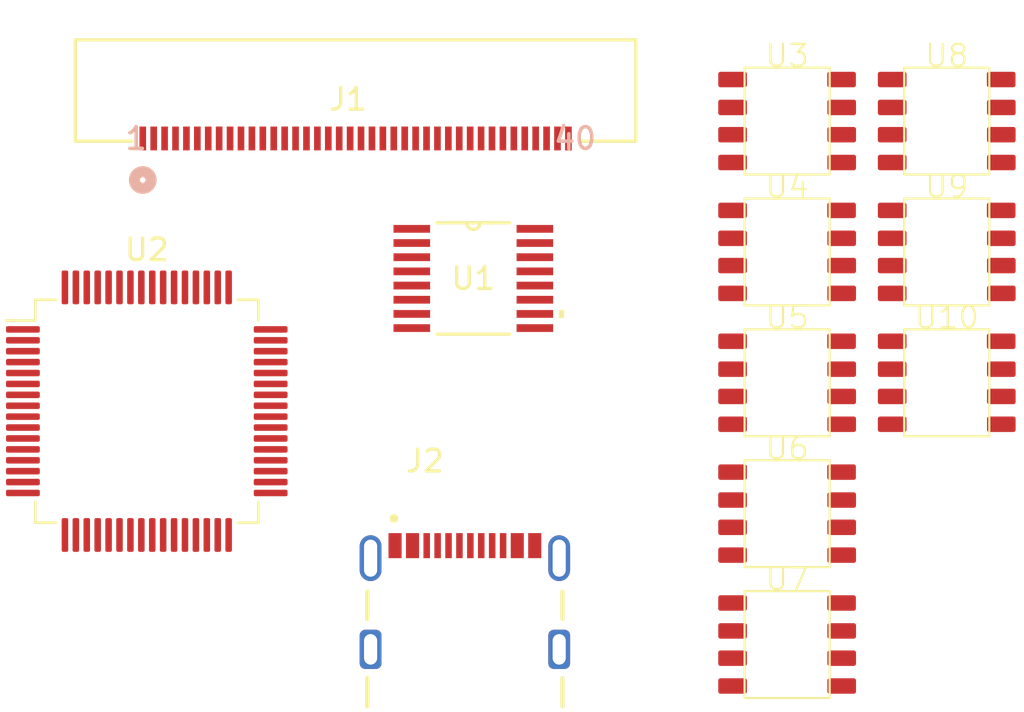
<source format=kicad_pcb>
(kicad_pcb (version 20221018) (generator pcbnew)
  (layers (0 "F.Cu" signal) (31 "B.Cu" signal) (34 "B.Paste" user) (35 "F.Paste" user) (36 "B.SilkS" user "B.Silkscreen") (37 "F.SilkS" user "F.Silkscreen") (38 "B.Mask" user) (39 "F.Mask" user) (44 "Edge.Cuts" user))
  (net 0 "")
  (net 7 "GND")
  (net 8 "Net-(J1-RXIN0-)")
  (net 9 "Net-(J1-RXIN0+)")
  (net 10 "Net-(J1-RXIN1-)")
  (net 11 "Net-(J1-RXIN1+)")
  (net 12 "Net-(J1-RXIN2-)")
  (net 13 "Net-(J1-RXIN2+)")
  (net 14 "Net-(J1-RXCLKIN-)")
  (net 15 "Net-(J1-RXCLKIN+)")
  (net 53 "Net-(U2-VSS-Pad18)")
  (footprint "custom:SOP8 150mil" (layer "F.Cu") (at 167.513 96.458)
    (fp_text reference "U4" (at 0 -3 unlocked) (layer "F.SilkS") (effects (font (thickness 0.1))))
    (fp_text value "GD25Q16")
    (fp_rect (start -1.95 2.45) (end 1.95 -2.45) (stroke (width 0.1)) (fill none) (layer "F.SilkS"))
    (pad "1" smd roundrect (at -2.5 -1.905) (size 1.3125 0.71) (layers "F.Cu" "F.Paste" "F.Mask") (roundrect_rratio 0.1408450704))
    (pad "2" smd roundrect (at -2.5 -0.625) (size 1.3125 0.71) (layers "F.Cu" "F.Paste" "F.Mask") (roundrect_rratio 0.1408450704))
    (pad "3" smd roundrect (at -2.5 0.625) (size 1.3125 0.71) (layers "F.Cu" "F.Paste" "F.Mask") (roundrect_rratio 0.1408450704))
    (pad "4" smd roundrect (at -2.5 1.9) (size 1.3125 0.71) (layers "F.Cu" "F.Paste" "F.Mask") (roundrect_rratio 0.1408450704))
    (pad "5" smd roundrect (at 2.5 1.9) (size 1.3125 0.71) (layers "F.Cu" "F.Paste" "F.Mask") (roundrect_rratio 0.1408450704))
    (pad "6" smd roundrect (at 2.5 0.625) (size 1.3125 0.71) (layers "F.Cu" "F.Paste" "F.Mask") (roundrect_rratio 0.1408450704))
    (pad "7" smd roundrect (at 2.5 -0.625) (size 1.3125 0.71) (layers "F.Cu" "F.Paste" "F.Mask") (roundrect_rratio 0.1408450704))
    (pad "8" smd roundrect (at 2.49375 -1.905) (size 1.3125 0.71) (layers "F.Cu" "F.Paste" "F.Mask") (roundrect_rratio 0.1408450704))
  )
  (footprint "custom:SOP8 150mil" (layer "F.Cu") (at 174.8255 102.458)
    (fp_text reference "U10" (at 0 -3 unlocked) (layer "F.SilkS") (effects (font (thickness 0.1))))
    (fp_text value "GD25Q16")
    (fp_rect (start -1.95 2.45) (end 1.95 -2.45) (stroke (width 0.1)) (fill none) (layer "F.SilkS"))
    (pad "1" smd roundrect (at -2.5 -1.905) (size 1.3125 0.71) (layers "F.Cu" "F.Paste" "F.Mask") (roundrect_rratio 0.1408450704))
    (pad "2" smd roundrect (at -2.5 -0.625) (size 1.3125 0.71) (layers "F.Cu" "F.Paste" "F.Mask") (roundrect_rratio 0.1408450704))
    (pad "3" smd roundrect (at -2.5 0.625) (size 1.3125 0.71) (layers "F.Cu" "F.Paste" "F.Mask") (roundrect_rratio 0.1408450704))
    (pad "4" smd roundrect (at -2.5 1.9) (size 1.3125 0.71) (layers "F.Cu" "F.Paste" "F.Mask") (roundrect_rratio 0.1408450704))
    (pad "5" smd roundrect (at 2.5 1.9) (size 1.3125 0.71) (layers "F.Cu" "F.Paste" "F.Mask") (roundrect_rratio 0.1408450704))
    (pad "6" smd roundrect (at 2.5 0.625) (size 1.3125 0.71) (layers "F.Cu" "F.Paste" "F.Mask") (roundrect_rratio 0.1408450704))
    (pad "7" smd roundrect (at 2.5 -0.625) (size 1.3125 0.71) (layers "F.Cu" "F.Paste" "F.Mask") (roundrect_rratio 0.1408450704))
    (pad "8" smd roundrect (at 2.49375 -1.905) (size 1.3125 0.71) (layers "F.Cu" "F.Paste" "F.Mask") (roundrect_rratio 0.1408450704))
  )
  (footprint "custom:GCT_USB4105GFA120" (layer "F.Cu") (at 152.75 114.678)
    (fp_text reference "J2" (at -1.825 -8.635) (layer "F.SilkS"))
    (fp_text value "USB4105GFA120")
    (fp_line (start -4.47 -2.65) (end -4.47 -1.4) (stroke (width 0.2)) (layer "F.SilkS"))
    (fp_line (start -4.47 1.32) (end -4.47 2.6) (stroke (width 0.2)) (layer "F.SilkS"))
    (fp_line (start 4.47 -2.65) (end 4.47 -1.4) (stroke (width 0.2)) (layer "F.SilkS"))
    (fp_line (start 4.47 2.6) (end 4.47 1.32) (stroke (width 0.2)) (layer "F.SilkS"))
    (fp_circle (center -3.25 -6) (end -3.15 -6) (stroke (width 0.2)) (fill none) (layer "F.SilkS"))
    (pad "" np_thru_hole circle (at -2.89 -3.68) (size 0.65 0.65) (drill 0.65) (layers "*.Cu" "*.Mask"))
    (pad "" np_thru_hole circle (at 2.89 -3.68) (size 0.65 0.65) (drill 0.65) (layers "*.Cu" "*.Mask"))
    (pad "A1_B12" smd rect (at -3.2 -4.755) (size 0.6 1.15) (layers "F.Cu" "F.Paste" "F.Mask"))
    (pad "A4_B9" smd rect (at -2.4 -4.755) (size 0.6 1.15) (layers "F.Cu" "F.Paste" "F.Mask"))
    (pad "A5" smd rect (at -1.25 -4.755) (size 0.3 1.15) (layers "F.Cu" "F.Paste" "F.Mask"))
    (pad "A6" smd rect (at -0.25 -4.755) (size 0.3 1.15) (layers "F.Cu" "F.Paste" "F.Mask"))
    (pad "A7" smd rect (at 0.25 -4.755) (size 0.3 1.15) (layers "F.Cu" "F.Paste" "F.Mask"))
    (pad "A8" smd rect (at 1.25 -4.755) (size 0.3 1.15) (layers "F.Cu" "F.Paste" "F.Mask"))
    (pad "B1_A12" smd rect (at 3.2 -4.755) (size 0.6 1.15) (layers "F.Cu" "F.Paste" "F.Mask"))
    (pad "B4_A9" smd rect (at 2.4 -4.755) (size 0.6 1.15) (layers "F.Cu" "F.Paste" "F.Mask"))
    (pad "B5" smd rect (at 1.75 -4.755) (size 0.3 1.15) (layers "F.Cu" "F.Paste" "F.Mask"))
    (pad "B6" smd rect (at 0.75 -4.755) (size 0.3 1.15) (layers "F.Cu" "F.Paste" "F.Mask"))
    (pad "B7" smd rect (at -0.75 -4.755) (size 0.3 1.15) (layers "F.Cu" "F.Paste" "F.Mask"))
    (pad "B8" smd rect (at -1.75 -4.755) (size 0.3 1.15) (layers "F.Cu" "F.Paste" "F.Mask"))
    (pad "SH1" thru_hole oval (at -4.32 -4.18) (size 1 2.1) (drill oval 0.6 1.7) (layers "*.Cu" "*.Mask"))
    (pad "SH2" thru_hole oval (at 4.32 -4.18) (size 1 2.1) (drill oval 0.6 1.7) (layers "*.Cu" "*.Mask"))
    (pad "SH3" thru_hole roundrect (at -4.32 0) (size 1 1.8) (drill oval 0.6 1.4) (layers "*.Cu" "*.Mask"))
    (pad "SH4" thru_hole roundrect (at 4.32 0) (size 1 1.8) (drill oval 0.6 1.4) (layers "*.Cu" "*.Mask"))
  )
  (footprint "custom:PW16" (layer "F.Cu") (at 153.1366 97.674001)
    (fp_text reference "U1" (at 0 0 unlocked) (layer "F.SilkS"))
    (fp_text value "LVDS391")
    (fp_line (start -1.663811 2.5527) (end 1.663811 2.5527) (stroke (width 0.1524)) (layer "F.SilkS"))
    (fp_line (start 1.663811 -2.5527) (end -1.663811 -2.5527) (stroke (width 0.1524)) (layer "F.SilkS"))
    (fp_arc (start 0.3048 -2.5527) (mid 0 -2.2479) (end -0.3048 -2.5527) (stroke (width 0.1524)) (layer "F.SilkS"))
    (fp_poly (pts (xy 4.1656 1.434501) (xy 4.1656 1.815501) (xy 3.9116 1.815501) (xy 3.9116 1.434501)) (fill solid) (layer "F.SilkS"))
    (pad "1" smd rect (at -2.8194 -2.274999) (size 1.6764 0.3556) (layers "F.Cu" "F.Paste" "F.Mask"))
    (pad "2" smd rect (at -2.8194 -1.625001) (size 1.6764 0.3556) (layers "F.Cu" "F.Paste" "F.Mask"))
    (pad "3" smd rect (at -2.8194 -0.974999) (size 1.6764 0.3556) (layers "F.Cu" "F.Paste" "F.Mask"))
    (pad "4" smd rect (at -2.8194 -0.325001) (size 1.6764 0.3556) (layers "F.Cu" "F.Paste" "F.Mask"))
    (pad "5" smd rect (at -2.8194 0.324998) (size 1.6764 0.3556) (layers "F.Cu" "F.Paste" "F.Mask"))
    (pad "6" smd rect (at -2.8194 0.974999) (size 1.6764 0.3556) (layers "F.Cu" "F.Paste" "F.Mask"))
    (pad "7" smd rect (at -2.8194 1.624998) (size 1.6764 0.3556) (layers "F.Cu" "F.Paste" "F.Mask"))
    (pad "8" smd rect (at -2.8194 2.274999) (size 1.6764 0.3556) (layers "F.Cu" "F.Paste" "F.Mask"))
    (pad "9" smd rect (at 2.8194 2.274999) (size 1.6764 0.3556) (layers "F.Cu" "F.Paste" "F.Mask") (net 15 "Net-(J1-RXCLKIN+)"))
    (pad "10" smd rect (at 2.8194 1.625001) (size 1.6764 0.3556) (layers "F.Cu" "F.Paste" "F.Mask") (net 14 "Net-(J1-RXCLKIN-)"))
    (pad "11" smd rect (at 2.8194 0.974999) (size 1.6764 0.3556) (layers "F.Cu" "F.Paste" "F.Mask") (net 13 "Net-(J1-RXIN2+)"))
    (pad "12" smd rect (at 2.8194 0.325001) (size 1.6764 0.3556) (layers "F.Cu" "F.Paste" "F.Mask") (net 12 "Net-(J1-RXIN2-)"))
    (pad "13" smd rect (at 2.8194 -0.324998) (size 1.6764 0.3556) (layers "F.Cu" "F.Paste" "F.Mask") (net 11 "Net-(J1-RXIN1+)"))
    (pad "14" smd rect (at 2.8194 -0.974999) (size 1.6764 0.3556) (layers "F.Cu" "F.Paste" "F.Mask") (net 10 "Net-(J1-RXIN1-)"))
    (pad "15" smd rect (at 2.8194 -1.624998) (size 1.6764 0.3556) (layers "F.Cu" "F.Paste" "F.Mask") (net 9 "Net-(J1-RXIN0+)"))
    (pad "16" smd rect (at 2.8194 -2.274999) (size 1.6764 0.3556) (layers "F.Cu" "F.Paste" "F.Mask") (net 8 "Net-(J1-RXIN0-)"))
  )
  (footprint "custom:SOP8 150mil" (layer "F.Cu") (at 174.8255 96.458)
    (fp_text reference "U9" (at 0 -3 unlocked) (layer "F.SilkS") (effects (font (thickness 0.1))))
    (fp_text value "GD25Q16")
    (fp_rect (start -1.95 2.45) (end 1.95 -2.45) (stroke (width 0.1)) (fill none) (layer "F.SilkS"))
    (pad "1" smd roundrect (at -2.5 -1.905) (size 1.3125 0.71) (layers "F.Cu" "F.Paste" "F.Mask") (roundrect_rratio 0.1408450704))
    (pad "2" smd roundrect (at -2.5 -0.625) (size 1.3125 0.71) (layers "F.Cu" "F.Paste" "F.Mask") (roundrect_rratio 0.1408450704))
    (pad "3" smd roundrect (at -2.5 0.625) (size 1.3125 0.71) (layers "F.Cu" "F.Paste" "F.Mask") (roundrect_rratio 0.1408450704))
    (pad "4" smd roundrect (at -2.5 1.9) (size 1.3125 0.71) (layers "F.Cu" "F.Paste" "F.Mask") (roundrect_rratio 0.1408450704))
    (pad "5" smd roundrect (at 2.5 1.9) (size 1.3125 0.71) (layers "F.Cu" "F.Paste" "F.Mask") (roundrect_rratio 0.1408450704))
    (pad "6" smd roundrect (at 2.5 0.625) (size 1.3125 0.71) (layers "F.Cu" "F.Paste" "F.Mask") (roundrect_rratio 0.1408450704))
    (pad "7" smd roundrect (at 2.5 -0.625) (size 1.3125 0.71) (layers "F.Cu" "F.Paste" "F.Mask") (roundrect_rratio 0.1408450704))
    (pad "8" smd roundrect (at 2.49375 -1.905) (size 1.3125 0.71) (layers "F.Cu" "F.Paste" "F.Mask") (roundrect_rratio 0.1408450704))
  )
  (footprint "custom:SOP8 150mil" (layer "F.Cu") (at 167.513 114.458)
    (fp_text reference "U7" (at 0 -3 unlocked) (layer "F.SilkS") (effects (font (thickness 0.1))))
    (fp_text value "GD25Q16")
    (fp_rect (start -1.95 2.45) (end 1.95 -2.45) (stroke (width 0.1)) (fill none) (layer "F.SilkS"))
    (pad "1" smd roundrect (at -2.5 -1.905) (size 1.3125 0.71) (layers "F.Cu" "F.Paste" "F.Mask") (roundrect_rratio 0.1408450704))
    (pad "2" smd roundrect (at -2.5 -0.625) (size 1.3125 0.71) (layers "F.Cu" "F.Paste" "F.Mask") (roundrect_rratio 0.1408450704))
    (pad "3" smd roundrect (at -2.5 0.625) (size 1.3125 0.71) (layers "F.Cu" "F.Paste" "F.Mask") (roundrect_rratio 0.1408450704))
    (pad "4" smd roundrect (at -2.5 1.9) (size 1.3125 0.71) (layers "F.Cu" "F.Paste" "F.Mask") (roundrect_rratio 0.1408450704))
    (pad "5" smd roundrect (at 2.5 1.9) (size 1.3125 0.71) (layers "F.Cu" "F.Paste" "F.Mask") (roundrect_rratio 0.1408450704))
    (pad "6" smd roundrect (at 2.5 0.625) (size 1.3125 0.71) (layers "F.Cu" "F.Paste" "F.Mask") (roundrect_rratio 0.1408450704))
    (pad "7" smd roundrect (at 2.5 -0.625) (size 1.3125 0.71) (layers "F.Cu" "F.Paste" "F.Mask") (roundrect_rratio 0.1408450704))
    (pad "8" smd roundrect (at 2.49375 -1.905) (size 1.3125 0.71) (layers "F.Cu" "F.Paste" "F.Mask") (roundrect_rratio 0.1408450704))
  )
  (footprint "custom:CONN_4-1734592-0_TYCO" (layer "F.Cu") (at 147.391701 89.455501)
    (fp_text reference "J1" (at 0 0 unlocked) (layer "F.SilkS"))
    (fp_text value "FPC CONN")
    (fp_text user "1" (at -9.704802 1.8 unlocked) (layer "B.SilkS"))
    (fp_text user "1" (at -9.704802 1.8 unlocked) (layer "B.SilkS"))
    (fp_text user "40" (at 10.404799 1.8 unlocked) (layer "B.SilkS"))
    (fp_text user "40" (at 10.404799 1.8 unlocked) (layer "B.SilkS"))
    (fp_text user "40" (at 10.404799 1.8 unlocked) (layer "F.SilkS"))
    (fp_text user "40" (at 10.404799 1.8 unlocked) (layer "F.SilkS"))
    (fp_text user "1" (at -9.704802 1.8 unlocked) (layer "F.SilkS"))
    (fp_text user "1" (at -9.704802 1.8 unlocked) (layer "F.SilkS"))
    (fp_circle (center -9.400002 3.705) (end -9.019002 3.705) (stroke (width 0.508)) (fill none) (layer "B.SilkS"))
    (fp_line (start -12.489701 -2.7212) (end -12.489701 1.927) (stroke (width 0.1524)) (layer "F.SilkS"))
    (fp_line (start -12.489701 1.927) (end -9.885142 1.927) (stroke (width 0.1524)) (layer "F.SilkS"))
    (fp_line (start 10.58514 1.927) (end 13.189699 1.927) (stroke (width 0.1524)) (layer "F.SilkS"))
    (fp_line (start 13.189699 -2.7212) (end -12.489701 -2.7212) (stroke (width 0.1524)) (layer "F.SilkS"))
    (fp_line (start 13.189699 1.927) (end 13.189699 -2.7212) (stroke (width 0.1524)) (layer "F.SilkS"))
    (fp_circle (center -9.400002 3.705) (end -9.019002 3.705) (stroke (width 0.508)) (fill none) (layer "F.SilkS"))
    (pad "1" smd rect (at -9.400002 1.8) (size 0.3048 1.0922) (layers "F.Cu" "F.Paste" "F.Mask"))
    (pad "2" smd rect (at -8.9 1.8) (size 0.3048 1.0922) (layers "F.Cu" "F.Paste" "F.Mask"))
    (pad "3" smd rect (at -8.400001 1.8) (size 0.3048 1.0922) (layers "F.Cu" "F.Paste" "F.Mask"))
    (pad "4" smd rect (at -7.900002 1.8) (size 0.3048 1.0922) (layers "F.Cu" "F.Paste" "F.Mask"))
    (pad "5" smd rect (at -7.400001 1.8) (size 0.3048 1.0922) (layers "F.Cu" "F.Paste" "F.Mask"))
    (pad "6" smd rect (at -6.900002 1.8) (size 0.3048 1.0922) (layers "F.Cu" "F.Paste" "F.Mask"))
    (pad "7" smd rect (at -6.4 1.8) (size 0.3048 1.0922) (layers "F.Cu" "F.Paste" "F.Mask") (net 7 "GND"))
    (pad "8" smd rect (at -5.900001 1.8) (size 0.3048 1.0922) (layers "F.Cu" "F.Paste" "F.Mask") (net 8 "Net-(J1-RXIN0-)"))
    (pad "9" smd rect (at -5.400002 1.8) (size 0.3048 1.0922) (layers "F.Cu" "F.Paste" "F.Mask") (net 9 "Net-(J1-RXIN0+)"))
    (pad "10" smd rect (at -4.9 1.8) (size 0.3048 1.0922) (layers "F.Cu" "F.Paste" "F.Mask") (net 7 "GND"))
    (pad "11" smd rect (at -4.400001 1.8) (size 0.3048 1.0922) (layers "F.Cu" "F.Paste" "F.Mask") (net 10 "Net-(J1-RXIN1-)"))
    (pad "12" smd rect (at -3.9 1.8) (size 0.3048 1.0922) (layers "F.Cu" "F.Paste" "F.Mask") (net 11 "Net-(J1-RXIN1+)"))
    (pad "13" smd rect (at -3.400001 1.8) (size 0.3048 1.0922) (layers "F.Cu" "F.Paste" "F.Mask") (net 7 "GND"))
    (pad "14" smd rect (at -2.900002 1.8) (size 0.3048 1.0922) (layers "F.Cu" "F.Paste" "F.Mask") (net 12 "Net-(J1-RXIN2-)"))
    (pad "15" smd rect (at -2.4 1.8) (size 0.3048 1.0922) (layers "F.Cu" "F.Paste" "F.Mask") (net 13 "Net-(J1-RXIN2+)"))
    (pad "16" smd rect (at -1.900001 1.8) (size 0.3048 1.0922) (layers "F.Cu" "F.Paste" "F.Mask") (net 7 "GND"))
    (pad "17" smd rect (at -1.4 1.8) (size 0.3048 1.0922) (layers "F.Cu" "F.Paste" "F.Mask") (net 14 "Net-(J1-RXCLKIN-)"))
    (pad "18" smd rect (at -0.900001 1.8) (size 0.3048 1.0922) (layers "F.Cu" "F.Paste" "F.Mask") (net 15 "Net-(J1-RXCLKIN+)"))
    (pad "19" smd rect (at -0.400002 1.8) (size 0.3048 1.0922) (layers "F.Cu" "F.Paste" "F.Mask") (net 7 "GND"))
    (pad "20" smd rect (at 0.1 1.8) (size 0.3048 1.0922) (layers "F.Cu" "F.Paste" "F.Mask") (net 7 "GND"))
    (pad "21" smd rect (at 0.599999 1.8) (size 0.3048 1.0922) (layers "F.Cu" "F.Paste" "F.Mask") (net 7 "GND"))
    (pad "22" smd rect (at 1.1 1.8) (size 0.3048 1.0922) (layers "F.Cu" "F.Paste" "F.Mask") (net 7 "GND"))
    (pad "23" smd rect (at 1.599999 1.8) (size 0.3048 1.0922) (layers "F.Cu" "F.Paste" "F.Mask") (net 7 "GND"))
    (pad "24" smd rect (at 2.099998 1.8) (size 0.3048 1.0922) (layers "F.Cu" "F.Paste" "F.Mask") (net 7 "GND"))
    (pad "25" smd rect (at 2.6 1.8) (size 0.3048 1.0922) (layers "F.Cu" "F.Paste" "F.Mask") (net 7 "GND"))
    (pad "26" smd rect (at 3.099999 1.8) (size 0.3048 1.0922) (layers "F.Cu" "F.Paste" "F.Mask"))
    (pad "27" smd rect (at 3.6 1.8) (size 0.3048 1.0922) (layers "F.Cu" "F.Paste" "F.Mask"))
    (pad "28" smd rect (at 4.099999 1.8) (size 0.3048 1.0922) (layers "F.Cu" "F.Paste" "F.Mask"))
    (pad "29" smd rect (at 4.599998 1.8) (size 0.3048 1.0922) (layers "F.Cu" "F.Paste" "F.Mask"))
    (pad "30" smd rect (at 5.1 1.8) (size 0.3048 1.0922) (layers "F.Cu" "F.Paste" "F.Mask") (net 7 "GND"))
    (pad "31" smd rect (at 5.599999 1.8) (size 0.3048 1.0922) (layers "F.Cu" "F.Paste" "F.Mask"))
    (pad "32" smd rect (at 6.099998 1.8) (size 0.3048 1.0922) (layers "F.Cu" "F.Paste" "F.Mask"))
    (pad "33" smd rect (at 6.599999 1.8) (size 0.3048 1.0922) (layers "F.Cu" "F.Paste" "F.Mask"))
    (pad "34" smd rect (at 7.099998 1.8) (size 0.3048 1.0922) (layers "F.Cu" "F.Paste" "F.Mask"))
    (pad "35" smd rect (at 7.6 1.8) (size 0.3048 1.0922) (layers "F.Cu" "F.Paste" "F.Mask"))
    (pad "36" smd rect (at 8.099999 1.8) (size 0.3048 1.0922) (layers "F.Cu" "F.Paste" "F.Mask") (net 7 "GND"))
    (pad "37" smd rect (at 8.599998 1.8) (size 0.3048 1.0922) (layers "F.Cu" "F.Paste" "F.Mask") (net 7 "GND"))
    (pad "38" smd rect (at 9.099999 1.8) (size 0.3048 1.0922) (layers "F.Cu" "F.Paste" "F.Mask"))
    (pad "39" smd rect (at 9.599998 1.8) (size 0.3048 1.0922) (layers "F.Cu" "F.Paste" "F.Mask"))
    (pad "40" smd rect (at 10.1 1.8) (size 0.3048 1.0922) (layers "F.Cu" "F.Paste" "F.Mask"))
  )
  (footprint "custom:SOP8 150mil" (layer "F.Cu") (at 174.8255 90.458)
    (fp_text reference "U8" (at 0 -3 unlocked) (layer "F.SilkS") (effects (font (thickness 0.1))))
    (fp_text value "GD25Q16")
    (fp_rect (start -1.95 2.45) (end 1.95 -2.45) (stroke (width 0.1)) (fill none) (layer "F.SilkS"))
    (pad "1" smd roundrect (at -2.5 -1.905) (size 1.3125 0.71) (layers "F.Cu" "F.Paste" "F.Mask") (roundrect_rratio 0.1408450704))
    (pad "2" smd roundrect (at -2.5 -0.625) (size 1.3125 0.71) (layers "F.Cu" "F.Paste" "F.Mask") (roundrect_rratio 0.1408450704))
    (pad "3" smd roundrect (at -2.5 0.625) (size 1.3125 0.71) (layers "F.Cu" "F.Paste" "F.Mask") (roundrect_rratio 0.1408450704))
    (pad "4" smd roundrect (at -2.5 1.9) (size 1.3125 0.71) (layers "F.Cu" "F.Paste" "F.Mask") (roundrect_rratio 0.1408450704))
    (pad "5" smd roundrect (at 2.5 1.9) (size 1.3125 0.71) (layers "F.Cu" "F.Paste" "F.Mask") (roundrect_rratio 0.1408450704))
    (pad "6" smd roundrect (at 2.5 0.625) (size 1.3125 0.71) (layers "F.Cu" "F.Paste" "F.Mask") (roundrect_rratio 0.1408450704))
    (pad "7" smd roundrect (at 2.5 -0.625) (size 1.3125 0.71) (layers "F.Cu" "F.Paste" "F.Mask") (roundrect_rratio 0.1408450704))
    (pad "8" smd roundrect (at 2.49375 -1.905) (size 1.3125 0.71) (layers "F.Cu" "F.Paste" "F.Mask") (roundrect_rratio 0.1408450704))
  )
  (footprint "custom:SOP8 150mil" (layer "F.Cu") (at 167.513 102.458)
    (fp_text reference "U5" (at 0 -3 unlocked) (layer "F.SilkS") (effects (font (thickness 0.1))))
    (fp_text value "GD25Q16")
    (fp_rect (start -1.95 2.45) (end 1.95 -2.45) (stroke (width 0.1)) (fill none) (layer "F.SilkS"))
    (pad "1" smd roundrect (at -2.5 -1.905) (size 1.3125 0.71) (layers "F.Cu" "F.Paste" "F.Mask") (roundrect_rratio 0.1408450704))
    (pad "2" smd roundrect (at -2.5 -0.625) (size 1.3125 0.71) (layers "F.Cu" "F.Paste" "F.Mask") (roundrect_rratio 0.1408450704))
    (pad "3" smd roundrect (at -2.5 0.625) (size 1.3125 0.71) (layers "F.Cu" "F.Paste" "F.Mask") (roundrect_rratio 0.1408450704))
    (pad "4" smd roundrect (at -2.5 1.9) (size 1.3125 0.71) (layers "F.Cu" "F.Paste" "F.Mask") (roundrect_rratio 0.1408450704))
    (pad "5" smd roundrect (at 2.5 1.9) (size 1.3125 0.71) (layers "F.Cu" "F.Paste" "F.Mask") (roundrect_rratio 0.1408450704))
    (pad "6" smd roundrect (at 2.5 0.625) (size 1.3125 0.71) (layers "F.Cu" "F.Paste" "F.Mask") (roundrect_rratio 0.1408450704))
    (pad "7" smd roundrect (at 2.5 -0.625) (size 1.3125 0.71) (layers "F.Cu" "F.Paste" "F.Mask") (roundrect_rratio 0.1408450704))
    (pad "8" smd roundrect (at 2.49375 -1.905) (size 1.3125 0.71) (layers "F.Cu" "F.Paste" "F.Mask") (roundrect_rratio 0.1408450704))
  )
  (footprint "custom:SOP8 150mil" (layer "F.Cu") (at 167.513 90.458)
    (fp_text reference "U3" (at 0 -3 unlocked) (layer "F.SilkS") (effects (font (thickness 0.1))))
    (fp_text value "GD25Q16")
    (fp_rect (start -1.95 2.45) (end 1.95 -2.45) (stroke (width 0.1)) (fill none) (layer "F.SilkS"))
    (pad "1" smd roundrect (at -2.5 -1.905) (size 1.3125 0.71) (layers "F.Cu" "F.Paste" "F.Mask") (roundrect_rratio 0.1408450704))
    (pad "2" smd roundrect (at -2.5 -0.625) (size 1.3125 0.71) (layers "F.Cu" "F.Paste" "F.Mask") (roundrect_rratio 0.1408450704))
    (pad "3" smd roundrect (at -2.5 0.625) (size 1.3125 0.71) (layers "F.Cu" "F.Paste" "F.Mask") (roundrect_rratio 0.1408450704))
    (pad "4" smd roundrect (at -2.5 1.9) (size 1.3125 0.71) (layers "F.Cu" "F.Paste" "F.Mask") (roundrect_rratio 0.1408450704))
    (pad "5" smd roundrect (at 2.5 1.9) (size 1.3125 0.71) (layers "F.Cu" "F.Paste" "F.Mask") (roundrect_rratio 0.1408450704))
    (pad "6" smd roundrect (at 2.5 0.625) (size 1.3125 0.71) (layers "F.Cu" "F.Paste" "F.Mask") (roundrect_rratio 0.1408450704))
    (pad "7" smd roundrect (at 2.5 -0.625) (size 1.3125 0.71) (layers "F.Cu" "F.Paste" "F.Mask") (roundrect_rratio 0.1408450704))
    (pad "8" smd roundrect (at 2.49375 -1.905) (size 1.3125 0.71) (layers "F.Cu" "F.Paste" "F.Mask") (roundrect_rratio 0.1408450704))
  )
  (footprint "custom:SOP8 150mil" (layer "F.Cu") (at 167.513 108.458)
    (fp_text reference "U6" (at 0 -3 unlocked) (layer "F.SilkS") (effects (font (thickness 0.1))))
    (fp_text value "GD25Q16")
    (fp_rect (start -1.95 2.45) (end 1.95 -2.45) (stroke (width 0.1)) (fill none) (layer "F.SilkS"))
    (pad "1" smd roundrect (at -2.5 -1.905) (size 1.3125 0.71) (layers "F.Cu" "F.Paste" "F.Mask") (roundrect_rratio 0.1408450704))
    (pad "2" smd roundrect (at -2.5 -0.625) (size 1.3125 0.71) (layers "F.Cu" "F.Paste" "F.Mask") (roundrect_rratio 0.1408450704))
    (pad "3" smd roundrect (at -2.5 0.625) (size 1.3125 0.71) (layers "F.Cu" "F.Paste" "F.Mask") (roundrect_rratio 0.1408450704))
    (pad "4" smd roundrect (at -2.5 1.9) (size 1.3125 0.71) (layers "F.Cu" "F.Paste" "F.Mask") (roundrect_rratio 0.1408450704))
    (pad "5" smd roundrect (at 2.5 1.9) (size 1.3125 0.71) (layers "F.Cu" "F.Paste" "F.Mask") (roundrect_rratio 0.1408450704))
    (pad "6" smd roundrect (at 2.5 0.625) (size 1.3125 0.71) (layers "F.Cu" "F.Paste" "F.Mask") (roundrect_rratio 0.1408450704))
    (pad "7" smd roundrect (at 2.5 -0.625) (size 1.3125 0.71) (layers "F.Cu" "F.Paste" "F.Mask") (roundrect_rratio 0.1408450704))
    (pad "8" smd roundrect (at 2.49375 -1.905) (size 1.3125 0.71) (layers "F.Cu" "F.Paste" "F.Mask") (roundrect_rratio 0.1408450704))
  )
  (footprint "Package_QFP:LQFP-64_10x10mm_P0.5mm" (layer "F.Cu") (at 138.176 103.759)
    (fp_text reference "U2" (at 0 -7.4) (layer "F.SilkS"))
    (fp_text value "STM32F412RETx")
    (fp_line (start -5.11 -5.11) (end -5.11 -4.16) (stroke (width 0.12)) (layer "F.SilkS"))
    (fp_line (start -5.11 -4.16) (end -6.45 -4.16) (stroke (width 0.12)) (layer "F.SilkS"))
    (fp_line (start -5.11 5.11) (end -5.11 4.16) (stroke (width 0.12)) (layer "F.SilkS"))
    (fp_line (start -4.16 -5.11) (end -5.11 -5.11) (stroke (width 0.12)) (layer "F.SilkS"))
    (fp_line (start -4.16 5.11) (end -5.11 5.11) (stroke (width 0.12)) (layer "F.SilkS"))
    (fp_line (start 4.16 -5.11) (end 5.11 -5.11) (stroke (width 0.12)) (layer "F.SilkS"))
    (fp_line (start 4.16 5.11) (end 5.11 5.11) (stroke (width 0.12)) (layer "F.SilkS"))
    (fp_line (start 5.11 -5.11) (end 5.11 -4.16) (stroke (width 0.12)) (layer "F.SilkS"))
    (fp_line (start 5.11 5.11) (end 5.11 4.16) (stroke (width 0.12)) (layer "F.SilkS"))
    (pad "1" smd roundrect (at -5.675 -3.75) (size 1.55 0.3) (layers "F.Cu" "F.Paste" "F.Mask"))
    (pad "2" smd roundrect (at -5.675 -3.25) (size 1.55 0.3) (layers "F.Cu" "F.Paste" "F.Mask"))
    (pad "3" smd roundrect (at -5.675 -2.75) (size 1.55 0.3) (layers "F.Cu" "F.Paste" "F.Mask"))
    (pad "4" smd roundrect (at -5.675 -2.25) (size 1.55 0.3) (layers "F.Cu" "F.Paste" "F.Mask"))
    (pad "5" smd roundrect (at -5.675 -1.75) (size 1.55 0.3) (layers "F.Cu" "F.Paste" "F.Mask"))
    (pad "6" smd roundrect (at -5.675 -1.25) (size 1.55 0.3) (layers "F.Cu" "F.Paste" "F.Mask"))
    (pad "7" smd roundrect (at -5.675 -0.75) (size 1.55 0.3) (layers "F.Cu" "F.Paste" "F.Mask"))
    (pad "8" smd roundrect (at -5.675 -0.25) (size 1.55 0.3) (layers "F.Cu" "F.Paste" "F.Mask"))
    (pad "9" smd roundrect (at -5.675 0.25) (size 1.55 0.3) (layers "F.Cu" "F.Paste" "F.Mask"))
    (pad "10" smd roundrect (at -5.675 0.75) (size 1.55 0.3) (layers "F.Cu" "F.Paste" "F.Mask"))
    (pad "11" smd roundrect (at -5.675 1.25) (size 1.55 0.3) (layers "F.Cu" "F.Paste" "F.Mask"))
    (pad "12" smd roundrect (at -5.675 1.75) (size 1.55 0.3) (layers "F.Cu" "F.Paste" "F.Mask"))
    (pad "13" smd roundrect (at -5.675 2.25) (size 1.55 0.3) (layers "F.Cu" "F.Paste" "F.Mask"))
    (pad "14" smd roundrect (at -5.675 2.75) (size 1.55 0.3) (layers "F.Cu" "F.Paste" "F.Mask"))
    (pad "15" smd roundrect (at -5.675 3.25) (size 1.55 0.3) (layers "F.Cu" "F.Paste" "F.Mask"))
    (pad "16" smd roundrect (at -5.675 3.75) (size 1.55 0.3) (layers "F.Cu" "F.Paste" "F.Mask"))
    (pad "17" smd roundrect (at -3.75 5.675) (size 0.3 1.55) (layers "F.Cu" "F.Paste" "F.Mask"))
    (pad "18" smd roundrect (at -3.25 5.675) (size 0.3 1.55) (layers "F.Cu" "F.Paste" "F.Mask") (net 53 "Net-(U2-VSS-Pad18)"))
    (pad "19" smd roundrect (at -2.75 5.675) (size 0.3 1.55) (layers "F.Cu" "F.Paste" "F.Mask"))
    (pad "20" smd roundrect (at -2.25 5.675) (size 0.3 1.55) (layers "F.Cu" "F.Paste" "F.Mask"))
    (pad "21" smd roundrect (at -1.75 5.675) (size 0.3 1.55) (layers "F.Cu" "F.Paste" "F.Mask"))
    (pad "22" smd roundrect (at -1.25 5.675) (size 0.3 1.55) (layers "F.Cu" "F.Paste" "F.Mask"))
    (pad "23" smd roundrect (at -0.75 5.675) (size 0.3 1.55) (layers "F.Cu" "F.Paste" "F.Mask"))
    (pad "24" smd roundrect (at -0.25 5.675) (size 0.3 1.55) (layers "F.Cu" "F.Paste" "F.Mask"))
    (pad "25" smd roundrect (at 0.25 5.675) (size 0.3 1.55) (layers "F.Cu" "F.Paste" "F.Mask"))
    (pad "26" smd roundrect (at 0.75 5.675) (size 0.3 1.55) (layers "F.Cu" "F.Paste" "F.Mask"))
    (pad "27" smd roundrect (at 1.25 5.675) (size 0.3 1.55) (layers "F.Cu" "F.Paste" "F.Mask"))
    (pad "28" smd roundrect (at 1.75 5.675) (size 0.3 1.55) (layers "F.Cu" "F.Paste" "F.Mask"))
    (pad "29" smd roundrect (at 2.25 5.675) (size 0.3 1.55) (layers "F.Cu" "F.Paste" "F.Mask"))
    (pad "30" smd roundrect (at 2.75 5.675) (size 0.3 1.55) (layers "F.Cu" "F.Paste" "F.Mask"))
    (pad "31" smd roundrect (at 3.25 5.675) (size 0.3 1.55) (layers "F.Cu" "F.Paste" "F.Mask") (net 53 "Net-(U2-VSS-Pad18)"))
    (pad "32" smd roundrect (at 3.75 5.675) (size 0.3 1.55) (layers "F.Cu" "F.Paste" "F.Mask"))
    (pad "33" smd roundrect (at 5.675 3.75) (size 1.55 0.3) (layers "F.Cu" "F.Paste" "F.Mask"))
    (pad "34" smd roundrect (at 5.675 3.25) (size 1.55 0.3) (layers "F.Cu" "F.Paste" "F.Mask"))
    (pad "35" smd roundrect (at 5.675 2.75) (size 1.55 0.3) (layers "F.Cu" "F.Paste" "F.Mask"))
    (pad "36" smd roundrect (at 5.675 2.25) (size 1.55 0.3) (layers "F.Cu" "F.Paste" "F.Mask"))
    (pad "37" smd roundrect (at 5.675 1.75) (size 1.55 0.3) (layers "F.Cu" "F.Paste" "F.Mask"))
    (pad "38" smd roundrect (at 5.675 1.25) (size 1.55 0.3) (layers "F.Cu" "F.Paste" "F.Mask"))
    (pad "39" smd roundrect (at 5.675 0.75) (size 1.55 0.3) (layers "F.Cu" "F.Paste" "F.Mask"))
    (pad "40" smd roundrect (at 5.675 0.25) (size 1.55 0.3) (layers "F.Cu" "F.Paste" "F.Mask"))
    (pad "41" smd roundrect (at 5.675 -0.25) (size 1.55 0.3) (layers "F.Cu" "F.Paste" "F.Mask"))
    (pad "42" smd roundrect (at 5.675 -0.75) (size 1.55 0.3) (layers "F.Cu" "F.Paste" "F.Mask"))
    (pad "43" smd roundrect (at 5.675 -1.25) (size 1.55 0.3) (layers "F.Cu" "F.Paste" "F.Mask"))
    (pad "44" smd roundrect (at 5.675 -1.75) (size 1.55 0.3) (layers "F.Cu" "F.Paste" "F.Mask"))
    (pad "45" smd roundrect (at 5.675 -2.25) (size 1.55 0.3) (layers "F.Cu" "F.Paste" "F.Mask"))
    (pad "46" smd roundrect (at 5.675 -2.75) (size 1.55 0.3) (layers "F.Cu" "F.Paste" "F.Mask"))
    (pad "47" smd roundrect (at 5.675 -3.25) (size 1.55 0.3) (layers "F.Cu" "F.Paste" "F.Mask") (net 53 "Net-(U2-VSS-Pad18)"))
    (pad "48" smd roundrect (at 5.675 -3.75) (size 1.55 0.3) (layers "F.Cu" "F.Paste" "F.Mask"))
    (pad "49" smd roundrect (at 3.75 -5.675) (size 0.3 1.55) (layers "F.Cu" "F.Paste" "F.Mask"))
    (pad "50" smd roundrect (at 3.25 -5.675) (size 0.3 1.55) (layers "F.Cu" "F.Paste" "F.Mask"))
    (pad "51" smd roundrect (at 2.75 -5.675) (size 0.3 1.55) (layers "F.Cu" "F.Paste" "F.Mask"))
    (pad "52" smd roundrect (at 2.25 -5.675) (size 0.3 1.55) (layers "F.Cu" "F.Paste" "F.Mask"))
    (pad "53" smd roundrect (at 1.75 -5.675) (size 0.3 1.55) (layers "F.Cu" "F.Paste" "F.Mask"))
    (pad "54" smd roundrect (at 1.25 -5.675) (size 0.3 1.55) (layers "F.Cu" "F.Paste" "F.Mask"))
    (pad "55" smd roundrect (at 0.75 -5.675) (size 0.3 1.55) (layers "F.Cu" "F.Paste" "F.Mask"))
    (pad "56" smd roundrect (at 0.25 -5.675) (size 0.3 1.55) (layers "F.Cu" "F.Paste" "F.Mask"))
    (pad "57" smd roundrect (at -0.25 -5.675) (size 0.3 1.55) (layers "F.Cu" "F.Paste" "F.Mask"))
    (pad "58" smd roundrect (at -0.75 -5.675) (size 0.3 1.55) (layers "F.Cu" "F.Paste" "F.Mask"))
    (pad "59" smd roundrect (at -1.25 -5.675) (size 0.3 1.55) (layers "F.Cu" "F.Paste" "F.Mask"))
    (pad "60" smd roundrect (at -1.75 -5.675) (size 0.3 1.55) (layers "F.Cu" "F.Paste" "F.Mask"))
    (pad "61" smd roundrect (at -2.25 -5.675) (size 0.3 1.55) (layers "F.Cu" "F.Paste" "F.Mask"))
    (pad "62" smd roundrect (at -2.75 -5.675) (size 0.3 1.55) (layers "F.Cu" "F.Paste" "F.Mask"))
    (pad "63" smd roundrect (at -3.25 -5.675) (size 0.3 1.55) (layers "F.Cu" "F.Paste" "F.Mask") (net 53 "Net-(U2-VSS-Pad18)"))
    (pad "64" smd roundrect (at -3.75 -5.675) (size 0.3 1.55) (layers "F.Cu" "F.Paste" "F.Mask"))
  )
)
</source>
